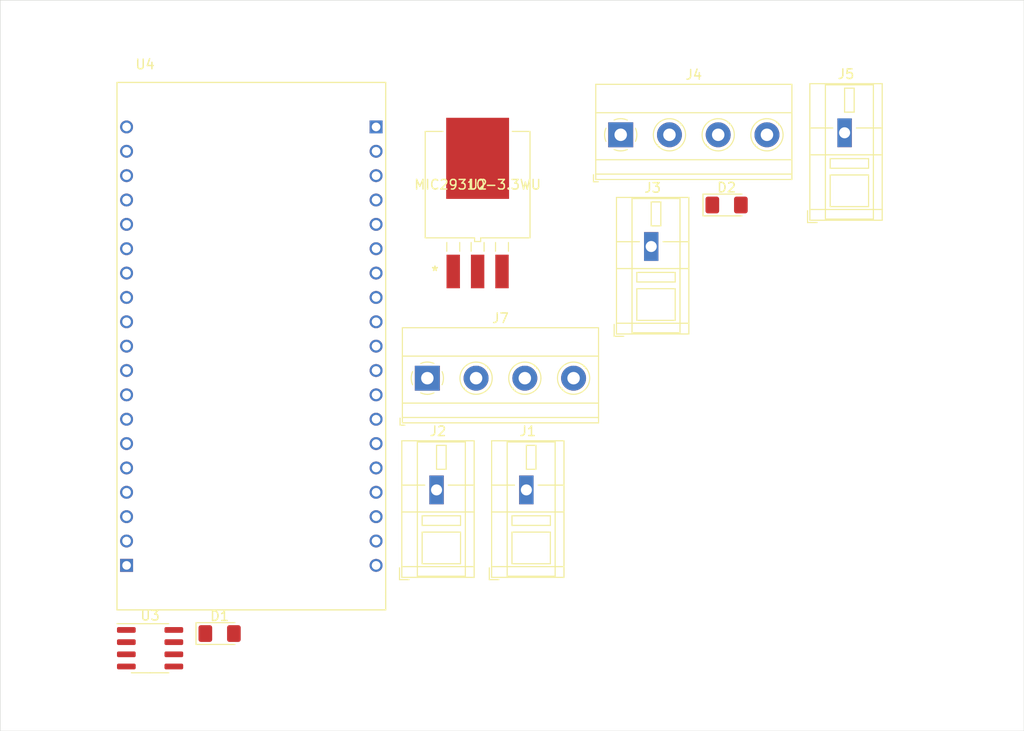
<source format=kicad_pcb>
(kicad_pcb (version 20211014) (generator pcbnew)
  (layers (0 "F.Cu" signal) (31 "B.Cu" signal) (34 "B.Paste" user) (35 "F.Paste" user) (36 "B.SilkS" user "B.Silkscreen") (37 "F.SilkS" user "F.Silkscreen") (38 "B.Mask" user) (39 "F.Mask" user) (44 "Edge.Cuts" user))
  (net 0 "")
  (net 1 "Net-(D1-Pad1)")
  (net 2 "Net-(D1-Pad2)")
  (net 3 "Net-(D2-Pad1)")
  (net 4 "Net-(D2-Pad2)")
  (net 5 "Net-(J1-Pad1)")
  (net 6 "Net-(J2-Pad1)")
  (net 7 "Net-(J3-Pad1)")
  (net 8 "Net-(IC1-Pad7)")
  (net 9 "Net-(IC1-Pad5)")
  (net 10 "Net-(IC1-Pad10)")
  (net 11 "Net-(IC1-Pad8)")
  (net 12 "Net-(J5-Pad1)")
  (net 13 "Net-(IC2-Pad8)")
  (net 14 "Net-(IC2-Pad10)")
  (net 15 "Net-(IC2-Pad5)")
  (net 16 "Net-(IC2-Pad7)")
  (net 17 "GND")
  (net 18 "+3.3V")
  (net 19 "Net-(U3-Pad1)")
  (net 20 "Net-(U3-Pad2)")
  (net 21 "Net-(U3-Pad3)")
  (net 22 "Net-(U3-Pad4)")
  (net 26 "/nFAULT")
  (net 27 "/nHOME")
  (net 28 "/MODE1")
  (net 29 "/MODE0")
  (net 30 "/DIR")
  (net 31 "/STEP")
  (net 32 "/MODE2")
  (net 33 "Net-(IC1-Pad27)")
  (net 34 "Net-(J6-Pad3)")
  (net 35 "Net-(J8-Pad3)")
  (net 37 "Net-(IC1-Pad18)")
  (net 39 "/nSLEEP")
  (net 40 "/nRESET")
  (net 41 "/nENBL")
  (footprint "LED_SMD:LED_1206_3216Metric_Pad1.42x1.75mm_HandSolder" (layer "F.Cu") (at 119.38 109.22)
    (fp_text reference "D1" (at 0 -1.82) (layer "F.SilkS"))
    (fp_text value "MLEGRN-A1-0000-000X01")
    (fp_line (start -2.46 1.135) (end 1.6 1.135) (layer "F.SilkS") (width 0.12))
    (fp_line (start 1.6 -1.135) (end -2.46 -1.135) (layer "F.SilkS") (width 0.12))
    (fp_line (start -2.46 -1.135) (end -2.46 1.135) (layer "F.SilkS") (width 0.12))
    (pad "1" smd roundrect (at -1.4875 0) (size 1.425 1.75) (layers "F.Cu" "F.Paste" "F.Mask") (roundrect_rratio 0.175439) (net 1 "Net-(D1-Pad1)"))
    (pad "2" smd roundrect (at 1.4875 0) (size 1.425 1.75) (layers "F.Cu" "F.Paste" "F.Mask") (roundrect_rratio 0.175439) (net 2 "Net-(D1-Pad2)"))
  )
  (footprint "ESP32_NODEMCU:MODULE_ESP32_NODEMCU" (layer "F.Cu") (at 122.685 79.25)
    (fp_text reference "U4" (at -11.075 -29.385) (layer "F.SilkS"))
    (fp_text value "ESP32_NODEMCU")
    (fp_line (start -14 -27.5) (end 14 -27.5) (layer "F.SilkS") (width 0.127))
    (fp_line (start -14 27.5) (end 14 27.5) (layer "F.SilkS") (width 0.127))
    (fp_line (start -14 -27.5) (end -14 27.5) (layer "F.SilkS") (width 0.127))
    (fp_line (start 14 -27.5) (end 14 27.5) (layer "F.SilkS") (width 0.127))
    (pad "" np_thru_hole circle locked (at -12.5 26) (size 2.25 2.25) (drill 2.25) (layers *.Cu *.Mask))
    (pad "" np_thru_hole circle locked (at 12.5 26) (size 2.25 2.25) (drill 2.25) (layers *.Cu *.Mask))
    (pad "" np_thru_hole circle locked (at 12.5 -26) (size 2.25 2.25) (drill 2.25) (layers *.Cu *.Mask))
    (pad "" np_thru_hole circle locked (at -12.5 -26) (size 2.25 2.25) (drill 2.25) (layers *.Cu *.Mask))
    (pad "J4_1" thru_hole rect locked (at 13 -22.86) (size 1.35 1.35) (drill 0.9) (layers *.Cu *.Mask))
    (pad "J4_2" thru_hole circle locked (at 13 -20.32) (size 1.35 1.35) (drill 0.9) (layers *.Cu *.Mask) (net 41 "/nENBL"))
    (pad "J4_3" thru_hole circle locked (at 13 -17.78) (size 1.35 1.35) (drill 0.9) (layers *.Cu *.Mask) (net 40 "/nRESET"))
    (pad "J4_4" thru_hole circle locked (at 13 -15.24) (size 1.35 1.35) (drill 0.9) (layers *.Cu *.Mask) (net 41 "/nENBL"))
    (pad "J4_5" thru_hole circle locked (at 13 -12.7) (size 1.35 1.35) (drill 0.9) (layers *.Cu *.Mask) (net 30 "/DIR"))
    (pad "J4_6" thru_hole circle locked (at 13 -10.16) (size 1.35 1.35) (drill 0.9) (layers *.Cu *.Mask) (net 39 "/nSLEEP"))
    (pad "J4_7" thru_hole circle locked (at 13 -7.62) (size 1.35 1.35) (drill 0.9) (layers *.Cu *.Mask))
    (pad "J4_8" thru_hole circle locked (at 13 -5.08) (size 1.35 1.35) (drill 0.9) (layers *.Cu *.Mask) (net 31 "/STEP"))
    (pad "J4_9" thru_hole circle locked (at 13 -2.54) (size 1.35 1.35) (drill 0.9) (layers *.Cu *.Mask) (net 32 "/MODE2"))
    (pad "J4_10" thru_hole circle locked (at 13 0) (size 1.35 1.35) (drill 0.9) (layers *.Cu *.Mask) (net 20 "Net-(U3-Pad2)"))
    (pad "J4_11" thru_hole circle locked (at 13 2.54) (size 1.35 1.35) (drill 0.9) (layers *.Cu *.Mask) (net 40 "/nRESET"))
    (pad "J4_12" thru_hole circle locked (at 13 5.08) (size 1.35 1.35) (drill 0.9) (layers *.Cu *.Mask) (net 39 "/nSLEEP"))
    (pad "J4_13" thru_hole circle locked (at 13 7.62) (size 1.35 1.35) (drill 0.9) (layers *.Cu *.Mask) (net 19 "Net-(U3-Pad1)"))
    (pad "J4_14" thru_hole circle locked (at 13 10.16) (size 1.35 1.35) (drill 0.9) (layers *.Cu *.Mask) (net 21 "Net-(U3-Pad3)"))
    (pad "J4_15" thru_hole circle locked (at 13 12.7) (size 1.35 1.35) (drill 0.9) (layers *.Cu *.Mask) (net 22 "Net-(U3-Pad4)"))
    (pad "J4_16" thru_hole circle locked (at 13 15.24) (size 1.35 1.35) (drill 0.9) (layers *.Cu *.Mask) (net 28 "/MODE1"))
    (pad "J4_17" thru_hole circle locked (at 13 17.78) (size 1.35 1.35) (drill 0.9) (layers *.Cu *.Mask))
    (pad "J4_18" thru_hole circle locked (at 13 20.32) (size 1.35 1.35) (drill 0.9) (layers *.Cu *.Mask) (net 37 "Net-(IC1-Pad18)"))
    (pad "J4_19" thru_hole circle locked (at 13 22.86) (size 1.35 1.35) (drill 0.9) (layers *.Cu *.Mask))
    (pad "J5_1" thru_hole rect locked (at -13 22.86) (size 1.35 1.35) (drill 0.9) (layers *.Cu *.Mask))
    (pad "J5_2" thru_hole circle locked (at -13 20.32) (size 1.35 1.35) (drill 0.9) (layers *.Cu *.Mask) (net 35 "Net-(J8-Pad3)"))
    (pad "J5_3" thru_hole circle locked (at -13 17.78) (size 1.35 1.35) (drill 0.9) (layers *.Cu *.Mask) (net 34 "Net-(J6-Pad3)"))
    (pad "J5_4" thru_hole circle locked (at -13 15.24) (size 1.35 1.35) (drill 0.9) (layers *.Cu *.Mask) (net 33 "Net-(IC1-Pad27)"))
    (pad "J5_5" thru_hole circle locked (at -13 12.7) (size 1.35 1.35) (drill 0.9) (layers *.Cu *.Mask) (net 2 "Net-(D1-Pad2)"))
    (pad "J5_6" thru_hole circle locked (at -13 10.16) (size 1.35 1.35) (drill 0.9) (layers *.Cu *.Mask) (net 17 "GND"))
    (pad "J5_7" thru_hole circle locked (at -13 7.62) (size 1.35 1.35) (drill 0.9) (layers *.Cu *.Mask) (net 4 "Net-(D2-Pad2)"))
    (pad "J5_8" thru_hole circle locked (at -13 5.08) (size 1.35 1.35) (drill 0.9) (layers *.Cu *.Mask) (net 29 "/MODE0"))
    (pad "J5_9" thru_hole circle locked (at -13 2.54) (size 1.35 1.35) (drill 0.9) (layers *.Cu *.Mask) (net 32 "/MODE2"))
    (pad "J5_10" thru_hole circle locked (at -13 0) (size 1.35 1.35) (drill 0.9) (layers *.Cu *.Mask) (net 31 "/STEP"))
    (pad "J5_11" thru_hole circle locked (at -13 -2.54) (size 1.35 1.35) (drill 0.9) (layers *.Cu *.Mask) (net 30 "/DIR"))
    (pad "J5_12" thru_hole circle locked (at -13 -5.08) (size 1.35 1.35) (drill 0.9) (layers *.Cu *.Mask) (net 29 "/MODE0"))
    (pad "J5_13" thru_hole circle locked (at -13 -7.62) (size 1.35 1.35) (drill 0.9) (layers *.Cu *.Mask) (net 28 "/MODE1"))
    (pad "J5_14" thru_hole circle locked (at -13 -10.16) (size 1.35 1.35) (drill 0.9) (layers *.Cu *.Mask) (net 27 "/nHOME"))
    (pad "J5_15" thru_hole circle locked (at -13 -12.7) (size 1.35 1.35) (drill 0.9) (layers *.Cu *.Mask) (net 26 "/nFAULT"))
    (pad "J5_16" thru_hole circle locked (at -13 -15.24) (size 1.35 1.35) (drill 0.9) (layers *.Cu *.Mask))
    (pad "J5_17" thru_hole circle locked (at -13 -17.78) (size 1.35 1.35) (drill 0.9) (layers *.Cu *.Mask))
    (pad "J5_18" thru_hole circle locked (at -13 -20.32) (size 1.35 1.35) (drill 0.9) (layers *.Cu *.Mask) (net 18 "+3.3V"))
    (pad "J5_19" thru_hole circle locked (at -13 -22.86) (size 1.35 1.35) (drill 0.9) (layers *.Cu *.Mask) (net 18 "+3.3V"))
  )
  (footprint "LED_SMD:LED_1206_3216Metric_Pad1.42x1.75mm_HandSolder" (layer "F.Cu") (at 172.21 64.53)
    (fp_text reference "D2" (at 0 -1.82) (layer "F.SilkS"))
    (fp_text value "MLBAWT-A1-0000-000W51")
    (fp_line (start -2.46 -1.135) (end -2.46 1.135) (layer "F.SilkS") (width 0.12))
    (fp_line (start -2.46 1.135) (end 1.6 1.135) (layer "F.SilkS") (width 0.12))
    (fp_line (start 1.6 -1.135) (end -2.46 -1.135) (layer "F.SilkS") (width 0.12))
    (pad "1" smd roundrect (at -1.4875 0) (size 1.425 1.75) (layers "F.Cu" "F.Paste" "F.Mask") (roundrect_rratio 0.175439) (net 3 "Net-(D2-Pad1)"))
    (pad "2" smd roundrect (at 1.4875 0) (size 1.425 1.75) (layers "F.Cu" "F.Paste" "F.Mask") (roundrect_rratio 0.175439) (net 4 "Net-(D2-Pad2)"))
  )
  (footprint "TerminalBlock_Phoenix:TerminalBlock_Phoenix_MKDS-1,5-4-5.08_1x04_P5.08mm_Horizontal" (layer "F.Cu") (at 141.025 82.59)
    (fp_text reference "J7" (at 7.62 -6.26) (layer "F.SilkS"))
    (fp_text value "1935187")
    (fp_line (start 4.046 1.239) (end 4.011 1.274) (layer "F.SilkS") (width 0.12))
    (fp_line (start 9.126 1.239) (end 9.091 1.274) (layer "F.SilkS") (width 0.12))
    (fp_line (start 6.15 -1.275) (end 6.115 -1.239) (layer "F.SilkS") (width 0.12))
    (fp_line (start 14.206 1.239) (end 14.171 1.274) (layer "F.SilkS") (width 0.12))
    (fp_line (start -2.6 -2.301) (end 17.84 -2.301) (layer "F.SilkS") (width 0.12))
    (fp_line (start -2.6 -5.261) (end 17.84 -5.261) (layer "F.SilkS") (width 0.12))
    (fp_line (start 8.933 1.023) (end 8.886 1.069) (layer "F.SilkS") (width 0.12))
    (fp_line (start 11.435 -1.069) (end 11.388 -1.023) (layer "F.SilkS") (width 0.12))
    (fp_line (start -2.6 -5.261) (end -2.6 4.66) (layer "F.SilkS") (width 0.12))
    (fp_line (start 6.355 -1.069) (end 6.308 -1.023) (layer "F.SilkS") (width 0.12))
    (fp_line (start -2.84 4.16) (end -2.84 4.9) (layer "F.SilkS") (width 0.12))
    (fp_line (start 16.31 -1.275) (end 16.275 -1.239) (layer "F.SilkS") (width 0.12))
    (fp_line (start -2.6 2.6) (end 17.84 2.6) (layer "F.SilkS") (width 0.12))
    (fp_line (start 11.23 -1.275) (end 11.195 -1.239) (layer "F.SilkS") (width 0.12))
    (fp_line (start -2.6 4.66) (end 17.84 4.66) (layer "F.SilkS") (width 0.12))
    (fp_line (start 16.515 -1.069) (end 16.468 -1.023) (layer "F.SilkS") (width 0.12))
    (fp_line (start 14.013 1.023) (end 13.966 1.069) (layer "F.SilkS") (width 0.12))
    (fp_line (start 17.84 -5.261) (end 17.84 4.66) (layer "F.SilkS") (width 0.12))
    (fp_line (start -2.6 4.1) (end 17.84 4.1) (layer "F.SilkS") (width 0.12))
    (fp_line (start -2.84 4.9) (end -2.34 4.9) (layer "F.SilkS") (width 0.12))
    (fp_line (start 3.853 1.023) (end 3.806 1.069) (layer "F.SilkS") (width 0.12))
    (fp_arc (start 0.683318 1.534756) (mid 0.349292 1.643288) (end 0 1.68) (layer "F.SilkS") (width 0.12))
    (fp_arc (start 0.028805 1.680253) (mid -0.335551 1.646659) (end -0.684 1.535) (layer "F.SilkS") (width 0.12))
    (fp_arc (start 1.535427 -0.683042) (mid 1.680501 0.000524) (end 1.535 0.684) (layer "F.SilkS") (width 0.12))
    (fp_arc (start -1.535427 0.683042) (mid -1.680501 -0.000524) (end -1.535 -0.684) (layer "F.SilkS") (width 0.12))
    (fp_arc (start -0.683042 -1.535427) (mid 0.000524 -1.680501) (end 0.684 -1.535) (layer "F.SilkS") (width 0.12))
    (fp_circle (center 10.16 0) (end 11.84 0) (layer "F.SilkS") (width 0.12) (fill none))
    (fp_circle (center 15.24 0) (end 16.92 0) (layer "F.SilkS") (width 0.12) (fill none))
    (fp_circle (center 5.08 0) (end 6.76 0) (layer "F.SilkS") (width 0.12) (fill none))
    (pad "1" thru_hole rect (at 0 0) (size 2.6 2.6) (drill 1.3) (layers *.Cu *.Mask) (net 13 "Net-(IC2-Pad8)"))
    (pad "2" thru_hole circle (at 5.08 0) (size 2.6 2.6) (drill 1.3) (layers *.Cu *.Mask) (net 14 "Net-(IC2-Pad10)"))
    (pad "3" thru_hole circle (at 10.16 0) (size 2.6 2.6) (drill 1.3) (layers *.Cu *.Mask) (net 15 "Net-(IC2-Pad5)"))
    (pad "4" thru_hole circle (at 15.24 0) (size 2.6 2.6) (drill 1.3) (layers *.Cu *.Mask) (net 16 "Net-(IC2-Pad7)"))
  )
  (footprint "TerminalBlock_WAGO:TerminalBlock_WAGO_236-101_1x01_P5.00mm_45Degree" (layer "F.Cu") (at 184.505 57)
    (fp_text reference "J5" (at 0.15 -6.12) (layer "F.SilkS"))
    (fp_text value "1706730")
    (fp_line (start -3.62 8) (end 3.92 8) (layer "F.SilkS") (width 0.12))
    (fp_line (start -3.86 9.36) (end -2.86 9.36) (layer "F.SilkS") (width 0.12))
    (fp_line (start 2.5 2.7) (end 2.5 3.7) (layer "F.SilkS") (width 0.12))
    (fp_line (start -3.62 -5.12) (end 3.92 -5.12) (layer "F.SilkS") (width 0.12))
    (fp_line (start -1.5 2.7) (end -1.5 3.7) (layer "F.SilkS") (width 0.12))
    (fp_line (start 0 -2.151) (end 1 -2.151) (layer "F.SilkS") (width 0.12))
    (fp_line (start -3.62 -5.12) (end -3.62 9.12) (layer "F.SilkS") (width 0.12))
    (fp_line (start 0 -4.65) (end 0 -2.151) (layer "F.SilkS") (width 0.12))
    (fp_line (start -2 -5) (end -2 9) (layer "F.SilkS") (width 0.12))
    (fp_line (start -1.5 3.7) (end 2.5 3.7) (layer "F.SilkS") (width 0.12))
    (fp_line (start -1.5 4.4) (end -1.5 7.7) (layer "F.SilkS") (width 0.12))
    (fp_line (start 3 -5) (end 3 9) (layer "F.SilkS") (width 0.12))
    (fp_line (start 1.23 -0.5) (end 3.92 -0.5) (layer "F.SilkS") (width 0.12))
    (fp_line (start -3.62 9.12) (end 3.92 9.12) (layer "F.SilkS") (width 0.12))
    (fp_line (start 2.5 4.4) (end 2.5 7.7) (layer "F.SilkS") (width 0.12))
    (fp_line (start -3.62 -0.5) (end -1.23 -0.5) (layer "F.SilkS") (width 0.12))
    (fp_line (start -1.5 4.4) (end 2.5 4.4) (layer "F.SilkS") (width 0.12))
    (fp_line (start -2 9) (end 3 9) (layer "F.SilkS") (width 0.12))
    (fp_line (start 0 -4.65) (end 1 -4.65) (layer "F.SilkS") (width 0.12))
    (fp_line (start -1.5 7.7) (end 2.5 7.7) (layer "F.SilkS") (width 0.12))
    (fp_line (start 1 -4.65) (end 1 -2.151) (layer "F.SilkS") (width 0.12))
    (fp_line (start -2 -5) (end 3 -5) (layer "F.SilkS") (width 0.12))
    (fp_line (start 3.92 -5.12) (end 3.92 9.12) (layer "F.SilkS") (width 0.12))
    (fp_line (start -1.5 2.7) (end 2.5 2.7) (layer "F.SilkS") (width 0.12))
    (fp_line (start -3.62 2.3) (end 3.92 2.3) (layer "F.SilkS") (width 0.12))
    (fp_line (start -3.86 8.12) (end -3.86 9.36) (layer "F.SilkS") (width 0.12))
    (pad "1" thru_hole rect (at 0 0) (size 1.5 3) (drill 1.15) (layers *.Cu *.Mask) (net 12 "Net-(J5-Pad1)"))
  )
  (footprint "TerminalBlock_WAGO:TerminalBlock_WAGO_236-101_1x01_P5.00mm_45Degree" (layer "F.Cu") (at 151.345 94.24)
    (fp_text reference "J1" (at 0.15 -6.12) (layer "F.SilkS"))
    (fp_text value "1706730")
    (fp_line (start -1.5 4.4) (end 2.5 4.4) (layer "F.SilkS") (width 0.12))
    (fp_line (start 0 -2.151) (end 1 -2.151) (layer "F.SilkS") (width 0.12))
    (fp_line (start 2.5 2.7) (end 2.5 3.7) (layer "F.SilkS") (width 0.12))
    (fp_line (start 0 -4.65) (end 1 -4.65) (layer "F.SilkS") (width 0.12))
    (fp_line (start -1.5 7.7) (end 2.5 7.7) (layer "F.SilkS") (width 0.12))
    (fp_line (start -2 -5) (end 3 -5) (layer "F.SilkS") (width 0.12))
    (fp_line (start -3.62 9.12) (end 3.92 9.12) (layer "F.SilkS") (width 0.12))
    (fp_line (start -1.5 2.7) (end -1.5 3.7) (layer "F.SilkS") (width 0.12))
    (fp_line (start 2.5 4.4) (end 2.5 7.7) (layer "F.SilkS") (width 0.12))
    (fp_line (start 3.92 -5.12) (end 3.92 9.12) (layer "F.SilkS") (width 0.12))
    (fp_line (start -3.62 -5.12) (end -3.62 9.12) (layer "F.SilkS") (width 0.12))
    (fp_line (start -3.62 -0.5) (end -1.23 -0.5) (layer "F.SilkS") (width 0.12))
    (fp_line (start 0 -4.65) (end 0 -2.151) (layer "F.SilkS") (width 0.12))
    (fp_line (start -2 -5) (end -2 9) (layer "F.SilkS") (width 0.12))
    (fp_line (start -3.62 2.3) (end 3.92 2.3) (layer "F.SilkS") (width 0.12))
    (fp_line (start 3 -5) (end 3 9) (layer "F.SilkS") (width 0.12))
    (fp_line (start -1.5 4.4) (end -1.5 7.7) (layer "F.SilkS") (width 0.12))
    (fp_line (start 1 -4.65) (end 1 -2.151) (layer "F.SilkS") (width 0.12))
    (fp_line (start -1.5 2.7) (end 2.5 2.7) (layer "F.SilkS") (width 0.12))
    (fp_line (start -3.62 -5.12) (end 3.92 -5.12) (layer "F.SilkS") (width 0.12))
    (fp_line (start -3.86 8.12) (end -3.86 9.36) (layer "F.SilkS") (width 0.12))
    (fp_line (start -1.5 3.7) (end 2.5 3.7) (layer "F.SilkS") (width 0.12))
    (fp_line (start -3.62 8) (end 3.92 8) (layer "F.SilkS") (width 0.12))
    (fp_line (start -3.86 9.36) (end -2.86 9.36) (layer "F.SilkS") (width 0.12))
    (fp_line (start 1.23 -0.5) (end 3.92 -0.5) (layer "F.SilkS") (width 0.12))
    (fp_line (start -2 9) (end 3 9) (layer "F.SilkS") (width 0.12))
    (pad "1" thru_hole rect (at 0 0) (size 1.5 3) (drill 1.15) (layers *.Cu *.Mask) (net 5 "Net-(J1-Pad1)"))
  )
  (footprint "TerminalBlock_WAGO:TerminalBlock_WAGO_236-101_1x01_P5.00mm_45Degree" (layer "F.Cu") (at 141.985 94.24)
    (fp_text reference "J2" (at 0.15 -6.12) (layer "F.SilkS"))
    (fp_text value "1706730")
    (fp_line (start -1.5 4.4) (end 2.5 4.4) (layer "F.SilkS") (width 0.12))
    (fp_line (start -1.5 7.7) (end 2.5 7.7) (layer "F.SilkS") (width 0.12))
    (fp_line (start -2 -5) (end 3 -5) (layer "F.SilkS") (width 0.12))
    (fp_line (start -3.62 -5.12) (end -3.62 9.12) (layer "F.SilkS") (width 0.12))
    (fp_line (start 3 -5) (end 3 9) (layer "F.SilkS") (width 0.12))
    (fp_line (start -3.62 -0.5) (end -1.23 -0.5) (layer "F.SilkS") (width 0.12))
    (fp_line (start 2.5 2.7) (end 2.5 3.7) (layer "F.SilkS") (width 0.12))
    (fp_line (start -3.62 2.3) (end 3.92 2.3) (layer "F.SilkS") (width 0.12))
    (fp_line (start 3.92 -5.12) (end 3.92 9.12) (layer "F.SilkS") (width 0.12))
    (fp_line (start 1.23 -0.5) (end 3.92 -0.5) (layer "F.SilkS") (width 0.12))
    (fp_line (start -3.62 8) (end 3.92 8) (layer "F.SilkS") (width 0.12))
    (fp_line (start 1 -4.65) (end 1 -2.151) (layer "F.SilkS") (width 0.12))
    (fp_line (start 0 -4.65) (end 1 -4.65) (layer "F.SilkS") (width 0.12))
    (fp_line (start -1.5 2.7) (end 2.5 2.7) (layer "F.SilkS") (width 0.12))
    (fp_line (start -1.5 3.7) (end 2.5 3.7) (layer "F.SilkS") (width 0.12))
    (fp_line (start -3.86 9.36) (end -2.86 9.36) (layer "F.SilkS") (width 0.12))
    (fp_line (start 2.5 4.4) (end 2.5 7.7) (layer "F.SilkS") (width 0.12))
    (fp_line (start 0 -4.65) (end 0 -2.151) (layer "F.SilkS") (width 0.12))
    (fp_line (start -3.86 8.12) (end -3.86 9.36) (layer "F.SilkS") (width 0.12))
    (fp_line (start -3.62 9.12) (end 3.92 9.12) (layer "F.SilkS") (width 0.12))
    (fp_line (start -2 9) (end 3 9) (layer "F.SilkS") (width 0.12))
    (fp_line (start -1.5 2.7) (end -1.5 3.7) (layer "F.SilkS") (width 0.12))
    (fp_line (start 0 -2.151) (end 1 -2.151) (layer "F.SilkS") (width 0.12))
    (fp_line (start -1.5 4.4) (end -1.5 7.7) (layer "F.SilkS") (width 0.12))
    (fp_line (start -3.62 -5.12) (end 3.92 -5.12) (layer "F.SilkS") (width 0.12))
    (fp_line (start -2 -5) (end -2 9) (layer "F.SilkS") (width 0.12))
    (pad "1" thru_hole rect (at 0 0) (size 1.5 3) (drill 1.15) (layers *.Cu *.Mask) (net 6 "Net-(J2-Pad1)"))
  )
  (footprint "TerminalBlock_WAGO:TerminalBlock_WAGO_236-101_1x01_P5.00mm_45Degree" (layer "F.Cu") (at 164.355 68.86)
    (fp_text reference "J3" (at 0.15 -6.12) (layer "F.SilkS"))
    (fp_text value "1706730")
    (fp_line (start -1.5 2.7) (end -1.5 3.7) (layer "F.SilkS") (width 0.12))
    (fp_line (start -2 -5) (end 3 -5) (layer "F.SilkS") (width 0.12))
    (fp_line (start 2.5 2.7) (end 2.5 3.7) (layer "F.SilkS") (width 0.12))
    (fp_line (start -3.62 8) (end 3.92 8) (layer "F.SilkS") (width 0.12))
    (fp_line (start -1.5 7.7) (end 2.5 7.7) (layer "F.SilkS") (width 0.12))
    (fp_line (start -3.62 2.3) (end 3.92 2.3) (layer "F.SilkS") (width 0.12))
    (fp_line (start -3.86 9.36) (end -2.86 9.36) (layer "F.SilkS") (width 0.12))
    (fp_line (start 0 -2.151) (end 1 -2.151) (layer "F.SilkS") (width 0.12))
    (fp_line (start 3 -5) (end 3 9) (layer "F.SilkS") (width 0.12))
    (fp_line (start -3.62 9.12) (end 3.92 9.12) (layer "F.SilkS") (width 0.12))
    (fp_line (start 2.5 4.4) (end 2.5 7.7) (layer "F.SilkS") (width 0.12))
    (fp_line (start -3.62 -5.12) (end -3.62 9.12) (layer "F.SilkS") (width 0.12))
    (fp_line (start 0 -4.65) (end 0 -2.151) (layer "F.SilkS") (width 0.12))
    (fp_line (start 1.23 -0.5) (end 3.92 -0.5) (layer "F.SilkS") (width 0.12))
    (fp_line (start -2 -5) (end -2 9) (layer "F.SilkS") (width 0.12))
    (fp_line (start 3.92 -5.12) (end 3.92 9.12) (layer "F.SilkS") (width 0.12))
    (fp_line (start -3.62 -5.12) (end 3.92 -5.12) (layer "F.SilkS") (width 0.12))
    (fp_line (start -1.5 4.4) (end 2.5 4.4) (layer "F.SilkS") (width 0.12))
    (fp_line (start -1.5 2.7) (end 2.5 2.7) (layer "F.SilkS") (width 0.12))
    (fp_line (start -1.5 4.4) (end -1.5 7.7) (layer "F.SilkS") (width 0.12))
    (fp_line (start -3.86 8.12) (end -3.86 9.36) (layer "F.SilkS") (width 0.12))
    (fp_line (start -1.5 3.7) (end 2.5 3.7) (layer "F.SilkS") (width 0.12))
    (fp_line (start -3.62 -0.5) (end -1.23 -0.5) (layer "F.SilkS") (width 0.12))
    (fp_line (start 0 -4.65) (end 1 -4.65) (layer "F.SilkS") (width 0.12))
    (fp_line (start -2 9) (end 3 9) (layer "F.SilkS") (width 0.12))
    (fp_line (start 1 -4.65) (end 1 -2.151) (layer "F.SilkS") (width 0.12))
    (pad "1" thru_hole rect (at 0 0) (size 1.5 3) (drill 1.15) (layers *.Cu *.Mask) (net 7 "Net-(J3-Pad1)"))
  )
  (footprint "MIC29310-3.3WU:MIC29310-3.3WU" (layer "F.Cu") (at 146.265 62.4089)
    (fp_text reference "U2" (at 0 0) (layer "F.SilkS"))
    (fp_text value "MIC29310-3.3WU" (at 0 0) (layer "F.SilkS"))
    (fp_text user "*" (at -4.445 9.0551) (layer "F.SilkS"))
    (fp_text user "*" (at -4.445 9.0551) (layer "F.SilkS"))
    (fp_line (start -1.8669 6.0325) (end -1.8669 6.9469) (layer "F.SilkS") (width 0.12))
    (fp_line (start -3.2131 6.0325) (end -3.2131 6.9469) (layer "F.SilkS") (width 0.12))
    (fp_line (start -5.461 -5.5499) (end -5.461 5.5499) (layer "F.SilkS") (width 0.12))
    (fp_line (start 0.3175 5.5499) (end 5.461 5.5499) (layer "F.SilkS") (width 0.12))
    (fp_line (start 0.3175 5.9309) (end 0.3175 5.5499) (layer "F.SilkS") (width 0.12))
    (fp_line (start 5.461 5.5499) (end 5.461 -5.5499) (layer "F.SilkS") (width 0.12))
    (fp_line (start -3.60934 -5.5499) (end -5.461 -5.5499) (layer "F.SilkS") (width 0.12))
    (fp_line (start -5.461 5.5499) (end -0.3175 5.5499) (layer "F.SilkS") (width 0.12))
    (fp_line (start -0.3175 5.9309) (end 0.3175 5.9309) (layer "F.SilkS") (width 0.12))
    (fp_line (start -0.3175 5.5499) (end -0.3175 5.9309) (layer "F.SilkS") (width 0.12))
    (fp_line (start 3.2131 6.0325) (end 3.2131 6.9469) (layer "F.SilkS") (width 0.12))
    (fp_line (start 5.461 -5.5499) (end 3.60934 -5.5499) (layer "F.SilkS") (width 0.12))
    (fp_line (start -0.6731 6.0325) (end -0.6731 6.9469) (layer "F.SilkS") (width 0.12))
    (fp_line (start 1.8669 6.0325) (end 1.8669 6.9469) (layer "F.SilkS") (width 0.12))
    (fp_line (start 0.6731 6.0325) (end 0.6731 6.9469) (layer "F.SilkS") (width 0.12))
    (pad "1" smd rect locked (at -2.54 9.0551) (size 1.397 3.5052) (layers "F.Cu" "F.Paste" "F.Mask") (net 5 "Net-(J1-Pad1)"))
    (pad "2" smd rect locked (at 0 9.0551) (size 1.397 3.5052) (layers "F.Cu" "F.Paste" "F.Mask") (net 17 "GND"))
    (pad "3" smd rect locked (at 2.54 9.0551) (size 1.397 3.5052) (layers "F.Cu" "F.Paste" "F.Mask") (net 18 "+3.3V"))
    (pad "4" smd rect locked (at 0 -2.7432) (size 6.5532 8.4582) (layers "F.Cu" "F.Paste" "F.Mask"))
  )
  (footprint "Package_SO:SOIC-8_3.9x4.9mm_P1.27mm" (layer "F.Cu") (at 112.135 110.75)
    (fp_text reference "U3" (at 0 -3.4) (layer "F.SilkS"))
    (fp_text value "INA219AxD")
    (fp_line (start 0 -2.56) (end -3.45 -2.56) (layer "F.SilkS") (width 0.12))
    (fp_line (start 0 2.56) (end -1.95 2.56) (layer "F.SilkS") (width 0.12))
    (fp_line (start 0 2.56) (end 1.95 2.56) (layer "F.SilkS") (width 0.12))
    (fp_line (start 0 -2.56) (end 1.95 -2.56) (layer "F.SilkS") (width 0.12))
    (pad "1" smd roundrect (at -2.475 -1.905) (size 1.95 0.6) (layers "F.Cu" "F.Paste" "F.Mask") (net 19 "Net-(U3-Pad1)"))
    (pad "2" smd roundrect (at -2.475 -0.635) (size 1.95 0.6) (layers "F.Cu" "F.Paste" "F.Mask") (net 20 "Net-(U3-Pad2)"))
    (pad "3" smd roundrect (at -2.475 0.635) (size 1.95 0.6) (layers "F.Cu" "F.Paste" "F.Mask") (net 21 "Net-(U3-Pad3)"))
    (pad "4" smd roundrect (at -2.475 1.905) (size 1.95 0.6) (layers "F.Cu" "F.Paste" "F.Mask") (net 22 "Net-(U3-Pad4)"))
    (pad "5" smd roundrect (at 2.475 1.905) (size 1.95 0.6) (layers "F.Cu" "F.Paste" "F.Mask") (net 18 "+3.3V"))
    (pad "6" smd roundrect (at 2.475 0.635) (size 1.95 0.6) (layers "F.Cu" "F.Paste" "F.Mask") (net 12 "Net-(J5-Pad1)"))
    (pad "7" smd roundrect (at 2.475 -0.635) (size 1.95 0.6) (layers "F.Cu" "F.Paste" "F.Mask") (net 7 "Net-(J3-Pad1)"))
    (pad "8" smd roundrect (at 2.475 -1.905) (size 1.95 0.6) (layers "F.Cu" "F.Paste" "F.Mask") (net 6 "Net-(J2-Pad1)"))
  )
  (footprint "TerminalBlock_Phoenix:TerminalBlock_Phoenix_MKDS-1,5-4-5.08_1x04_P5.08mm_Horizontal" (layer "F.Cu") (at 161.175 57.21)
    (fp_text reference "J4" (at 7.62 -6.26) (layer "F.SilkS"))
    (fp_text value "1935187")
    (fp_line (start -2.6 -2.301) (end 17.84 -2.301) (layer "F.SilkS") (width 0.12))
    (fp_line (start -2.6 -5.261) (end 17.84 -5.261) (layer "F.SilkS") (width 0.12))
    (fp_line (start -2.6 2.6) (end 17.84 2.6) (layer "F.SilkS") (width 0.12))
    (fp_line (start -2.6 4.66) (end 17.84 4.66) (layer "F.SilkS") (width 0.12))
    (fp_line (start 11.435 -1.069) (end 11.388 -1.023) (layer "F.SilkS") (width 0.12))
    (fp_line (start 11.23 -1.275) (end 11.195 -1.239) (layer "F.SilkS") (width 0.12))
    (fp_line (start 14.013 1.023) (end 13.966 1.069) (layer "F.SilkS") (width 0.12))
    (fp_line (start -2.84 4.9) (end -2.34 4.9) (layer "F.SilkS") (width 0.12))
    (fp_line (start -2.6 4.1) (end 17.84 4.1) (layer "F.SilkS") (width 0.12))
    (fp_line (start 14.206 1.239) (end 14.171 1.274) (layer "F.SilkS") (width 0.12))
    (fp_line (start -2.6 -5.261) (end -2.6 4.66) (layer "F.SilkS") (width 0.12))
    (fp_line (start 8.933 1.023) (end 8.886 1.069) (layer "F.SilkS") (width 0.12))
    (fp_line (start 16.31 -1.275) (end 16.275 -1.239) (layer "F.SilkS") (width 0.12))
    (fp_line (start 17.84 -5.261) (end 17.84 4.66) (layer "F.SilkS") (width 0.12))
    (fp_line (start 4.046 1.239) (end 4.011 1.274) (layer "F.SilkS") (width 0.12))
    (fp_line (start -2.84 4.16) (end -2.84 4.9) (layer "F.SilkS") (width 0.12))
    (fp_line (start 6.15 -1.275) (end 6.115 -1.239) (layer "F.SilkS") (width 0.12))
    (fp_line (start 3.853 1.023) (end 3.806 1.069) (layer "F.SilkS") (width 0.12))
    (fp_line (start 9.126 1.239) (end 9.091 1.274) (layer "F.SilkS") (width 0.12))
    (fp_line (start 6.355 -1.069) (end 6.308 -1.023) (layer "F.SilkS") (width 0.12))
    (fp_line (start 16.515 -1.069) (end 16.468 -1.023) (layer "F.SilkS") (width 0.12))
    (fp_arc (start -0.683042 -1.535427) (mid 0.000524 -1.680501) (end 0.684 -1.535) (layer "F.SilkS") (width 0.12))
    (fp_arc (start 0.028805 1.680253) (mid -0.335551 1.646659) (end -0.684 1.535) (layer "F.SilkS") (width 0.12))
    (fp_arc (start 0.683318 1.534756) (mid 0.349292 1.643288) (end 0 1.68) (layer "F.SilkS") (width 0.12))
    (fp_arc (start -1.535427 0.683042) (mid -1.680501 -0.000524) (end -1.535 -0.684) (layer "F.SilkS") (width 0.12))
    (fp_arc (start 1.535427 -0.683042) (mid 1.680501 0.000524) (end 1.535 0.684) (layer "F.SilkS") (width 0.12))
    (fp_circle (center 5.08 0) (end 6.76 0) (layer "F.SilkS") (width 0.12) (fill none))
    (fp_circle (center 10.16 0) (end 11.84 0) (layer "F.SilkS") (width 0.12) (fill none))
    (fp_circle (center 15.24 0) (end 16.92 0) (layer "F.SilkS") (width 0.12) (fill none))
    (pad "1" thru_hole rect (at 0 0) (size 2.6 2.6) (drill 1.3) (layers *.Cu *.Mask) (net 8 "Net-(IC1-Pad7)"))
    (pad "2" thru_hole circle (at 5.08 0) (size 2.6 2.6) (drill 1.3) (layers *.Cu *.Mask) (net 9 "Net-(IC1-Pad5)"))
    (pad "3" thru_hole circle (at 10.16 0) (size 2.6 2.6) (drill 1.3) (layers *.Cu *.Mask) (net 10 "Net-(IC1-Pad10)"))
    (pad "4" thru_hole circle (at 15.24 0) (size 2.6 2.6) (drill 1.3) (layers *.Cu *.Mask) (net 11 "Net-(IC1-Pad8)"))
  )
  (gr_line (start 96.52 43.18) (end 96.52 119.38) (layer "Edge.Cuts") (width 0.05))
  (gr_line (start 203.2 119.38) (end 203.2 43.18) (layer "Edge.Cuts") (width 0.05))
  (gr_line (start 96.52 119.38) (end 203.2 119.38) (layer "Edge.Cuts") (width 0.05))
  (gr_line (start 203.2 43.18) (end 96.52 43.18) (layer "Edge.Cuts") (width 0.05))
)
</source>
